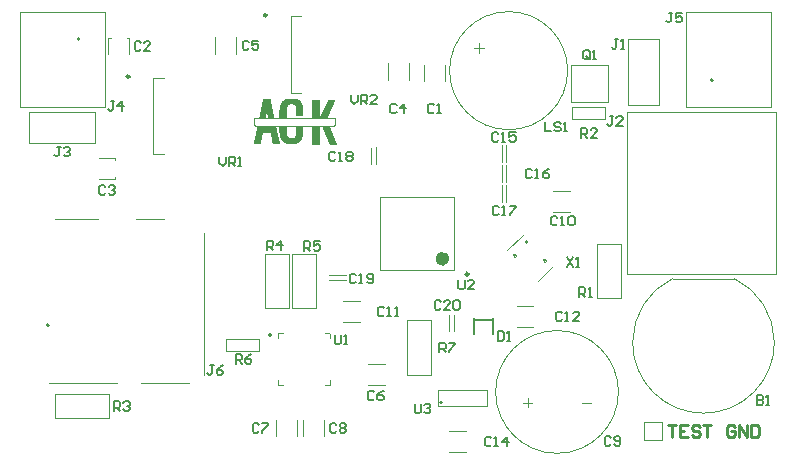
<source format=gto>
G04*
G04 #@! TF.GenerationSoftware,Altium Limited,Altium Designer,23.7.1 (13)*
G04*
G04 Layer_Color=65535*
%FSLAX25Y25*%
%MOIN*%
G70*
G04*
G04 #@! TF.SameCoordinates,F4DCA568-12CF-4C60-A2D5-0128ED73B792*
G04*
G04*
G04 #@! TF.FilePolarity,Positive*
G04*
G01*
G75*
%ADD10C,0.00984*%
%ADD11C,0.00394*%
%ADD12C,0.00787*%
%ADD13C,0.02362*%
%ADD14C,0.00591*%
%ADD15C,0.00058*%
%ADD16R,0.06299X0.00787*%
D10*
X40976Y127929D02*
G03*
X40976Y127929I-492J0D01*
G01*
X86728Y148429D02*
G03*
X86728Y148429I-492J0D01*
G01*
X153937Y62106D02*
G03*
X153937Y62106I-492J0D01*
G01*
X220472Y11810D02*
X223096D01*
X221784D01*
Y7874D01*
X227032Y11810D02*
X224408D01*
Y7874D01*
X227032D01*
X224408Y9842D02*
X225720D01*
X230968Y11154D02*
X230312Y11810D01*
X229000D01*
X228344Y11154D01*
Y10498D01*
X229000Y9842D01*
X230312D01*
X230968Y9186D01*
Y8530D01*
X230312Y7874D01*
X229000D01*
X228344Y8530D01*
X232280Y11810D02*
X234904D01*
X233592D01*
Y7874D01*
X242775Y11154D02*
X242119Y11810D01*
X240807D01*
X240151Y11154D01*
Y8530D01*
X240807Y7874D01*
X242119D01*
X242775Y8530D01*
Y9842D01*
X241463D01*
X244087Y7874D02*
Y11810D01*
X246711Y7874D01*
Y11810D01*
X248023D02*
Y7874D01*
X249991D01*
X250646Y8530D01*
Y11154D01*
X249991Y11810D01*
X248023D01*
D11*
X203937Y22835D02*
G03*
X203937Y22835I-20472J0D01*
G01*
X221930Y60602D02*
G03*
X208661Y39368I10356J-21234D01*
G01*
X255906Y39362D02*
G03*
X242632Y60604I-23635J0D01*
G01*
X208661Y39370D02*
G03*
X255906Y39370I23622J0D01*
G01*
X187008Y129921D02*
G03*
X187008Y129921I-19685J0D01*
G01*
X212598Y6890D02*
Y12795D01*
Y6890D02*
X218504D01*
Y12795D01*
X212598D02*
X218504D01*
X48949Y127614D02*
X52295D01*
X48949Y102024D02*
Y127614D01*
Y102024D02*
X52295D01*
X199213Y113779D02*
X199606D01*
Y117717D01*
X188583D02*
X199606D01*
X188583Y113779D02*
Y117717D01*
Y113779D02*
X199213D01*
X206693Y62244D02*
X256299D01*
Y116181D01*
X206693D02*
X256299D01*
X206693Y62244D02*
Y116181D01*
X207087Y140532D02*
X217323D01*
X207087Y118484D02*
Y140532D01*
Y118484D02*
X217323D01*
Y140532D01*
X123031Y98819D02*
Y104331D01*
X121394Y98787D02*
Y104299D01*
X105905Y8071D02*
Y13583D01*
X98819Y8071D02*
Y13583D01*
X89764Y8071D02*
Y13583D01*
X96850Y8071D02*
Y13583D01*
X172047Y19291D02*
X175197D01*
X173622Y17717D02*
Y20866D01*
X191757Y19159D02*
X194907D01*
X221988Y60630D02*
X242579D01*
X188276Y119520D02*
Y131724D01*
Y119520D02*
X200480D01*
Y131724D01*
X188276D02*
X200480D01*
X226341Y117681D02*
Y149571D01*
Y117681D02*
X254687D01*
X226341Y149571D02*
X254687D01*
Y117681D02*
Y149571D01*
X29528Y105905D02*
Y116142D01*
X7480D02*
X29528D01*
X7480Y105905D02*
Y116142D01*
Y105905D02*
X29528D01*
X36220Y100000D02*
Y100787D01*
Y93701D02*
Y94488D01*
X30709Y93701D02*
X36220D01*
X30709Y100787D02*
X36220D01*
X33858Y140945D02*
X34646D01*
X40157D02*
X40945D01*
Y135433D02*
Y140945D01*
X33858Y135433D02*
Y140945D01*
X32642Y117681D02*
Y149571D01*
X4295D02*
X32642D01*
X4295Y117681D02*
X32642D01*
X4295D02*
Y149571D01*
X76618Y135563D02*
Y141075D01*
X69532Y135563D02*
Y141075D01*
X94701Y148114D02*
X98047D01*
X94701Y122524D02*
Y148114D01*
Y122524D02*
X98047D01*
X138976Y126378D02*
Y131890D01*
X146063Y126378D02*
Y131890D01*
X134118Y126854D02*
Y132366D01*
X127032Y126854D02*
Y132366D01*
X157480Y135827D02*
Y138976D01*
X155905Y137402D02*
X159055D01*
X196850Y54134D02*
X204724D01*
Y72244D01*
X196850D02*
X204724D01*
X196850Y54134D02*
Y72244D01*
X182283Y82677D02*
X187795D01*
X182283Y89764D02*
X187795D01*
X164961Y92913D02*
Y98425D01*
X166598Y92945D02*
Y98457D01*
X164961Y99606D02*
Y105118D01*
X166598Y99638D02*
Y105149D01*
X164961Y86221D02*
Y91732D01*
X166598Y86252D02*
Y91764D01*
X124606Y87894D02*
X149016D01*
X124606Y63484D02*
X149016D01*
X124606D02*
Y87894D01*
X149016Y63484D02*
Y87894D01*
X177193Y59922D02*
X182203Y64932D01*
X166946Y70207D02*
X171957Y75218D01*
X170079Y51575D02*
X175591D01*
X170079Y44488D02*
X175591D01*
X149016Y43110D02*
Y48622D01*
X147378Y43079D02*
Y48591D01*
X86221Y50787D02*
Y68898D01*
X94095D01*
Y50787D02*
Y68898D01*
X86221Y50787D02*
X94095D01*
X95276D02*
Y68898D01*
X103150D01*
Y50787D02*
Y68898D01*
X95276Y50787D02*
X103150D01*
X107480Y61811D02*
X112992D01*
X107512Y60173D02*
X113023D01*
X112205Y53150D02*
X117717D01*
X112205Y46063D02*
X117717D01*
X16142Y14173D02*
X34252D01*
X16142D02*
Y22047D01*
X34252D01*
Y14173D02*
Y22047D01*
X65748Y28583D02*
Y75866D01*
X44685Y25689D02*
X60669D01*
X14173D02*
X36732D01*
X42953Y80610D02*
X52362D01*
X16220D02*
X30433D01*
X73228Y40551D02*
X73622D01*
X73228Y36614D02*
Y40551D01*
Y36614D02*
X84252D01*
Y40551D01*
X73622D02*
X84252D01*
X90354Y40650D02*
Y42126D01*
X90551Y42323D02*
X92028D01*
X106004D02*
X107480D01*
X107677Y40650D02*
Y42126D01*
Y25197D02*
Y26673D01*
X106004Y25000D02*
X107480D01*
X90354Y25197D02*
Y26673D01*
X90551Y25000D02*
X92028D01*
X90354Y42126D02*
X90551Y42323D01*
X107480D02*
X107677Y42126D01*
X107480Y25000D02*
X107677Y25197D01*
X90354D02*
X90551Y25000D01*
X120473Y25197D02*
X125984D01*
X120473Y32283D02*
X125984D01*
X143701Y18110D02*
Y23622D01*
X160236D01*
Y18110D02*
Y23622D01*
X143701Y18110D02*
X160236D01*
X147441Y9843D02*
X152953D01*
X147441Y2756D02*
X152953D01*
X133465Y46654D02*
X141339D01*
X133465Y28543D02*
Y46654D01*
Y28543D02*
X141339D01*
Y46654D01*
X169259Y67856D02*
X169537D01*
X169816Y68134D01*
Y68413D01*
X169259Y68969D01*
X168981D01*
X168703Y68691D01*
Y68413D01*
X168981Y68134D01*
X169259Y68413D01*
X179281Y66186D02*
X179560D01*
X179838Y66464D01*
Y66742D01*
X179281Y67299D01*
X179003D01*
X178725Y67021D01*
Y66742D01*
X179003Y66464D01*
X179281Y66742D01*
D12*
X235396Y126736D02*
G03*
X235396Y126736I-394J0D01*
G01*
X24374Y140516D02*
G03*
X24374Y140516I-394J0D01*
G01*
X173690Y72728D02*
G03*
X173690Y72728I-394J0D01*
G01*
X14136Y45039D02*
G03*
X14136Y45039I-396J0D01*
G01*
X88287Y41732D02*
G03*
X88287Y41732I-492J0D01*
G01*
X162205Y42126D02*
Y47638D01*
X155905Y42126D02*
Y47638D01*
X109318Y41929D02*
Y39305D01*
X109843Y38780D01*
X110893D01*
X111417Y39305D01*
Y41929D01*
X112467Y38780D02*
X113516D01*
X112992D01*
Y41929D01*
X112467Y41404D01*
X203740Y140354D02*
X202691D01*
X203215D01*
Y137730D01*
X202691Y137205D01*
X202166D01*
X201641Y137730D01*
X204790Y137205D02*
X205839D01*
X205314D01*
Y140354D01*
X204790Y139829D01*
X17979Y104527D02*
X16930D01*
X17454D01*
Y101903D01*
X16930Y101379D01*
X16405D01*
X15880Y101903D01*
X19029Y104002D02*
X19554Y104527D01*
X20603D01*
X21128Y104002D01*
Y103478D01*
X20603Y102953D01*
X20078D01*
X20603D01*
X21128Y102428D01*
Y101903D01*
X20603Y101379D01*
X19554D01*
X19029Y101903D01*
X186680Y67716D02*
X188779Y64567D01*
Y67716D02*
X186680Y64567D01*
X189829D02*
X190879D01*
X190354D01*
Y67716D01*
X189829Y67191D01*
X114896Y121850D02*
Y119751D01*
X115946Y118701D01*
X116995Y119751D01*
Y121850D01*
X118045Y118701D02*
Y121850D01*
X119619D01*
X120144Y121325D01*
Y120276D01*
X119619Y119751D01*
X118045D01*
X119095D02*
X120144Y118701D01*
X123293D02*
X121194D01*
X123293Y120800D01*
Y121325D01*
X122768Y121850D01*
X121718D01*
X121194Y121325D01*
X70933Y101181D02*
Y99081D01*
X71983Y98032D01*
X73032Y99081D01*
Y101181D01*
X74081Y98032D02*
Y101181D01*
X75656D01*
X76181Y100656D01*
Y99606D01*
X75656Y99081D01*
X74081D01*
X75131D02*
X76181Y98032D01*
X77230D02*
X78280D01*
X77755D01*
Y101181D01*
X77230Y100656D01*
X135959Y18897D02*
Y16273D01*
X136484Y15748D01*
X137533D01*
X138058Y16273D01*
Y18897D01*
X139107Y18372D02*
X139632Y18897D01*
X140682D01*
X141207Y18372D01*
Y17848D01*
X140682Y17323D01*
X140157D01*
X140682D01*
X141207Y16798D01*
Y16273D01*
X140682Y15748D01*
X139632D01*
X139107Y16273D01*
X150526Y60236D02*
Y57612D01*
X151050Y57087D01*
X152100D01*
X152625Y57612D01*
Y60236D01*
X155773Y57087D02*
X153674D01*
X155773Y59186D01*
Y59711D01*
X155249Y60236D01*
X154199D01*
X153674Y59711D01*
X144275Y36061D02*
Y39210D01*
X145849D01*
X146374Y38685D01*
Y37636D01*
X145849Y37111D01*
X144275D01*
X145324D02*
X146374Y36061D01*
X147423Y39210D02*
X149522D01*
Y38685D01*
X147423Y36586D01*
Y36061D01*
X76313Y32284D02*
Y35433D01*
X77887D01*
X78412Y34908D01*
Y33858D01*
X77887Y33334D01*
X76313D01*
X77363D02*
X78412Y32284D01*
X81561Y35433D02*
X80511Y34908D01*
X79462Y33858D01*
Y32809D01*
X79987Y32284D01*
X81036D01*
X81561Y32809D01*
Y33334D01*
X81036Y33858D01*
X79462D01*
X99148Y69882D02*
Y73031D01*
X100722D01*
X101247Y72506D01*
Y71457D01*
X100722Y70932D01*
X99148D01*
X100197D02*
X101247Y69882D01*
X104395Y73031D02*
X102296D01*
Y71457D01*
X103346Y71982D01*
X103871D01*
X104395Y71457D01*
Y70407D01*
X103871Y69882D01*
X102821D01*
X102296Y70407D01*
X86746Y70079D02*
Y73228D01*
X88321D01*
X88845Y72703D01*
Y71653D01*
X88321Y71129D01*
X86746D01*
X87796D02*
X88845Y70079D01*
X91469D02*
Y73228D01*
X89895Y71653D01*
X91994D01*
X35762Y16536D02*
Y19684D01*
X37336D01*
X37861Y19160D01*
Y18110D01*
X37336Y17585D01*
X35762D01*
X36812D02*
X37861Y16536D01*
X38911Y19160D02*
X39435Y19684D01*
X40485D01*
X41010Y19160D01*
Y18635D01*
X40485Y18110D01*
X39960D01*
X40485D01*
X41010Y17585D01*
Y17061D01*
X40485Y16536D01*
X39435D01*
X38911Y17061D01*
X191500Y107600D02*
Y110749D01*
X193074D01*
X193599Y110224D01*
Y109174D01*
X193074Y108650D01*
X191500D01*
X192550D02*
X193599Y107600D01*
X196748D02*
X194649D01*
X196748Y109699D01*
Y110224D01*
X196223Y110749D01*
X195173D01*
X194649Y110224D01*
X190814Y54528D02*
Y57677D01*
X192389D01*
X192913Y57152D01*
Y56102D01*
X192389Y55578D01*
X190814D01*
X191864D02*
X192913Y54528D01*
X193963D02*
X195012D01*
X194488D01*
Y57677D01*
X193963Y57152D01*
X194291Y134187D02*
Y136286D01*
X193767Y136811D01*
X192717D01*
X192192Y136286D01*
Y134187D01*
X192717Y133662D01*
X193767D01*
X193242Y134711D02*
X194291Y133662D01*
X193767D02*
X194291Y134187D01*
X195341Y133662D02*
X196390D01*
X195866D01*
Y136811D01*
X195341Y136286D01*
X179397Y112795D02*
Y109646D01*
X181497D01*
X184645Y112270D02*
X184120Y112795D01*
X183071D01*
X182546Y112270D01*
Y111745D01*
X183071Y111221D01*
X184120D01*
X184645Y110696D01*
Y110171D01*
X184120Y109646D01*
X183071D01*
X182546Y110171D01*
X185695Y109646D02*
X186744D01*
X186220D01*
Y112795D01*
X185695Y112270D01*
X68963Y31692D02*
X67914D01*
X68439D01*
Y29069D01*
X67914Y28544D01*
X67389D01*
X66864Y29069D01*
X72112Y31692D02*
X71062Y31168D01*
X70013Y30118D01*
Y29069D01*
X70538Y28544D01*
X71587D01*
X72112Y29069D01*
Y29593D01*
X71587Y30118D01*
X70013D01*
X221916Y149212D02*
X220867D01*
X221391D01*
Y146588D01*
X220867Y146063D01*
X220342D01*
X219817Y146588D01*
X225065Y149212D02*
X222966D01*
Y147638D01*
X224015Y148163D01*
X224540D01*
X225065Y147638D01*
Y146588D01*
X224540Y146063D01*
X223491D01*
X222966Y146588D01*
X35893Y119685D02*
X34843D01*
X35368D01*
Y117061D01*
X34843Y116536D01*
X34318D01*
X33794Y117061D01*
X38516Y116536D02*
Y119685D01*
X36942Y118110D01*
X39041D01*
X202231Y114763D02*
X201182D01*
X201706D01*
Y112139D01*
X201182Y111615D01*
X200657D01*
X200132Y112139D01*
X205380Y111615D02*
X203281D01*
X205380Y113714D01*
Y114239D01*
X204855Y114763D01*
X203805D01*
X203281Y114239D01*
X163649Y43110D02*
Y39961D01*
X165223D01*
X165748Y40486D01*
Y42585D01*
X165223Y43110D01*
X163649D01*
X166798Y39961D02*
X167847D01*
X167322D01*
Y43110D01*
X166798Y42585D01*
X144724Y52849D02*
X144199Y53373D01*
X143149D01*
X142625Y52849D01*
Y50750D01*
X143149Y50225D01*
X144199D01*
X144724Y50750D01*
X147872Y50225D02*
X145773D01*
X147872Y52324D01*
Y52849D01*
X147348Y53373D01*
X146298D01*
X145773Y52849D01*
X148922D02*
X149447Y53373D01*
X150496D01*
X151021Y52849D01*
Y50750D01*
X150496Y50225D01*
X149447D01*
X148922Y50750D01*
Y52849D01*
X116470Y61679D02*
X115946Y62204D01*
X114896D01*
X114371Y61679D01*
Y59580D01*
X114896Y59056D01*
X115946D01*
X116470Y59580D01*
X117520Y59056D02*
X118570D01*
X118045D01*
Y62204D01*
X117520Y61679D01*
X120144Y59580D02*
X120668Y59056D01*
X121718D01*
X122243Y59580D01*
Y61679D01*
X121718Y62204D01*
X120668D01*
X120144Y61679D01*
Y61155D01*
X120668Y60630D01*
X122243D01*
X109581Y102427D02*
X109056Y102952D01*
X108006D01*
X107482Y102427D01*
Y100328D01*
X108006Y99804D01*
X109056D01*
X109581Y100328D01*
X110630Y99804D02*
X111680D01*
X111155D01*
Y102952D01*
X110630Y102427D01*
X113254D02*
X113779Y102952D01*
X114828D01*
X115353Y102427D01*
Y101903D01*
X114828Y101378D01*
X115353Y100853D01*
Y100328D01*
X114828Y99804D01*
X113779D01*
X113254Y100328D01*
Y100853D01*
X113779Y101378D01*
X113254Y101903D01*
Y102427D01*
X113779Y101378D02*
X114828D01*
X164108Y84317D02*
X163583Y84842D01*
X162534D01*
X162009Y84317D01*
Y82218D01*
X162534Y81693D01*
X163583D01*
X164108Y82218D01*
X165158Y81693D02*
X166207D01*
X165682D01*
Y84842D01*
X165158Y84317D01*
X167782Y84842D02*
X169881D01*
Y84317D01*
X167782Y82218D01*
Y81693D01*
X175132Y96719D02*
X174607Y97244D01*
X173557D01*
X173033Y96719D01*
Y94620D01*
X173557Y94095D01*
X174607D01*
X175132Y94620D01*
X176181Y94095D02*
X177231D01*
X176706D01*
Y97244D01*
X176181Y96719D01*
X180904Y97244D02*
X179855Y96719D01*
X178805Y95669D01*
Y94620D01*
X179330Y94095D01*
X180379D01*
X180904Y94620D01*
Y95144D01*
X180379Y95669D01*
X178805D01*
X163911Y108924D02*
X163387Y109448D01*
X162337D01*
X161812Y108924D01*
Y106825D01*
X162337Y106300D01*
X163387D01*
X163911Y106825D01*
X164961Y106300D02*
X166010D01*
X165486D01*
Y109448D01*
X164961Y108924D01*
X169684Y109448D02*
X167585D01*
Y107874D01*
X168634Y108399D01*
X169159D01*
X169684Y107874D01*
Y106825D01*
X169159Y106300D01*
X168110D01*
X167585Y106825D01*
X161549Y7349D02*
X161024Y7874D01*
X159975D01*
X159450Y7349D01*
Y5250D01*
X159975Y4725D01*
X161024D01*
X161549Y5250D01*
X162599Y4725D02*
X163648D01*
X163123D01*
Y7874D01*
X162599Y7349D01*
X166797Y4725D02*
Y7874D01*
X165223Y6299D01*
X167322D01*
X185171Y49081D02*
X184646Y49606D01*
X183597D01*
X183072Y49081D01*
Y46982D01*
X183597Y46457D01*
X184646D01*
X185171Y46982D01*
X186221Y46457D02*
X187270D01*
X186746D01*
Y49606D01*
X186221Y49081D01*
X190944Y46457D02*
X188845D01*
X190944Y48556D01*
Y49081D01*
X190419Y49606D01*
X189369D01*
X188845Y49081D01*
X125853Y50656D02*
X125329Y51181D01*
X124279D01*
X123754Y50656D01*
Y48557D01*
X124279Y48032D01*
X125329D01*
X125853Y48557D01*
X126903Y48032D02*
X127953D01*
X127428D01*
Y51181D01*
X126903Y50656D01*
X129527Y48032D02*
X130576D01*
X130052D01*
Y51181D01*
X129527Y50656D01*
X183596Y80971D02*
X183072Y81496D01*
X182022D01*
X181497Y80971D01*
Y78872D01*
X182022Y78347D01*
X183072D01*
X183596Y78872D01*
X184646Y78347D02*
X185696D01*
X185171D01*
Y81496D01*
X184646Y80971D01*
X187270D02*
X187794Y81496D01*
X188844D01*
X189369Y80971D01*
Y78872D01*
X188844Y78347D01*
X187794D01*
X187270Y78872D01*
Y80971D01*
X201444Y7546D02*
X200919Y8070D01*
X199870D01*
X199345Y7546D01*
Y5446D01*
X199870Y4922D01*
X200919D01*
X201444Y5446D01*
X202493D02*
X203018Y4922D01*
X204068D01*
X204592Y5446D01*
Y7546D01*
X204068Y8070D01*
X203018D01*
X202493Y7546D01*
Y7021D01*
X203018Y6496D01*
X204592D01*
X109908Y11876D02*
X109383Y12401D01*
X108334D01*
X107809Y11876D01*
Y9777D01*
X108334Y9252D01*
X109383D01*
X109908Y9777D01*
X110958Y11876D02*
X111483Y12401D01*
X112532D01*
X113057Y11876D01*
Y11351D01*
X112532Y10827D01*
X113057Y10302D01*
Y9777D01*
X112532Y9252D01*
X111483D01*
X110958Y9777D01*
Y10302D01*
X111483Y10827D01*
X110958Y11351D01*
Y11876D01*
X111483Y10827D02*
X112532D01*
X84121Y11876D02*
X83596Y12401D01*
X82547D01*
X82022Y11876D01*
Y9777D01*
X82547Y9252D01*
X83596D01*
X84121Y9777D01*
X85170Y12401D02*
X87270D01*
Y11876D01*
X85170Y9777D01*
Y9252D01*
X122507Y22703D02*
X121982Y23228D01*
X120932D01*
X120408Y22703D01*
Y20604D01*
X120932Y20079D01*
X121982D01*
X122507Y20604D01*
X125655Y23228D02*
X124606Y22703D01*
X123556Y21654D01*
Y20604D01*
X124081Y20079D01*
X125131D01*
X125655Y20604D01*
Y21129D01*
X125131Y21654D01*
X123556D01*
X80774Y139435D02*
X80250Y139960D01*
X79200D01*
X78675Y139435D01*
Y137336D01*
X79200Y136811D01*
X80250D01*
X80774Y137336D01*
X83923Y139960D02*
X81824D01*
Y138386D01*
X82873Y138911D01*
X83398D01*
X83923Y138386D01*
Y137336D01*
X83398Y136811D01*
X82349D01*
X81824Y137336D01*
X129987Y118372D02*
X129462Y118897D01*
X128413D01*
X127888Y118372D01*
Y116273D01*
X128413Y115749D01*
X129462D01*
X129987Y116273D01*
X132611Y115749D02*
Y118897D01*
X131037Y117323D01*
X133136D01*
X32940Y91207D02*
X32415Y91732D01*
X31365D01*
X30841Y91207D01*
Y89108D01*
X31365Y88583D01*
X32415D01*
X32940Y89108D01*
X33989Y91207D02*
X34514Y91732D01*
X35564D01*
X36088Y91207D01*
Y90682D01*
X35564Y90158D01*
X35039D01*
X35564D01*
X36088Y89633D01*
Y89108D01*
X35564Y88583D01*
X34514D01*
X33989Y89108D01*
X44751Y139239D02*
X44226Y139763D01*
X43176D01*
X42652Y139239D01*
Y137139D01*
X43176Y136615D01*
X44226D01*
X44751Y137139D01*
X47899Y136615D02*
X45800D01*
X47899Y138714D01*
Y139239D01*
X47375Y139763D01*
X46325D01*
X45800Y139239D01*
X142520Y118372D02*
X141995Y118897D01*
X140945D01*
X140421Y118372D01*
Y116273D01*
X140945Y115749D01*
X141995D01*
X142520Y116273D01*
X143569Y115749D02*
X144619D01*
X144094D01*
Y118897D01*
X143569Y118372D01*
X250066Y21653D02*
Y18504D01*
X251641D01*
X252165Y19029D01*
Y19554D01*
X251641Y20079D01*
X250066D01*
X251641D01*
X252165Y20604D01*
Y21128D01*
X251641Y21653D01*
X250066D01*
X253215Y18504D02*
X254264D01*
X253740D01*
Y21653D01*
X253215Y21128D01*
D13*
X146457Y67224D02*
G03*
X146457Y67224I-1181J0D01*
G01*
D14*
X145217Y19291D02*
G03*
X145217Y19291I-335J0D01*
G01*
D15*
X101842Y118893D02*
X103970D01*
X101842Y118433D02*
X103970D01*
X101842Y118605D02*
X103970D01*
X101842Y118720D02*
X103970D01*
X101842Y118203D02*
X103970D01*
X101842Y118490D02*
X103970D01*
X101842Y118260D02*
X103970D01*
X101842Y118835D02*
X103970D01*
X101842Y118088D02*
X103970D01*
X101842Y118663D02*
X103970D01*
X101842Y117915D02*
X103970D01*
X101842Y118145D02*
X103970D01*
X101842Y117858D02*
X103970D01*
X101842Y118778D02*
X103970D01*
X101842Y118548D02*
X103970D01*
X95976Y118720D02*
X98219D01*
X96321Y118375D02*
X98334D01*
X96206Y118490D02*
X98277D01*
X96321Y118318D02*
X98334D01*
X95861Y118835D02*
X98161D01*
X96264Y118433D02*
X98277D01*
X96034Y118663D02*
X98219D01*
X96149Y118548D02*
X98277D01*
X96091Y118605D02*
X98219D01*
X96379Y118203D02*
X98391D01*
X95919Y118778D02*
X98161D01*
X96379Y118260D02*
X98334D01*
X91145Y117973D02*
X93216D01*
X91088Y117858D02*
X93158D01*
X91145Y118088D02*
X93273D01*
X96436Y118030D02*
X98391D01*
X91088Y117800D02*
X93158D01*
X91088Y117915D02*
X93158D01*
X96436Y118088D02*
X98391D01*
X91145Y118030D02*
X93216D01*
X96379Y118145D02*
X98391D01*
X96494Y117915D02*
X98449D01*
X96436Y117973D02*
X98449D01*
X91203Y118145D02*
X93273D01*
X96494Y117800D02*
X98449D01*
X96494Y117858D02*
X98449D01*
X91088Y117685D02*
X93101D01*
X96494Y117628D02*
X98506D01*
X91030Y117513D02*
X93101D01*
X96494Y117685D02*
X98449D01*
X96494Y117743D02*
X98449D01*
X96551Y117513D02*
X98506D01*
X91030Y117570D02*
X93101D01*
X96551D02*
X98506D01*
X91030Y117628D02*
X93101D01*
X91088Y117743D02*
X93158D01*
X95688Y118893D02*
X98104D01*
X91318Y118548D02*
X93561D01*
X91433Y118893D02*
X94078D01*
X91260Y118375D02*
X93388D01*
X91203Y118260D02*
X93331D01*
X91375Y118778D02*
X93848D01*
X91318Y118605D02*
X93618D01*
X91203Y118318D02*
X93388D01*
X91260Y118433D02*
X93446D01*
X91260Y118490D02*
X93503D01*
X91375Y118720D02*
X93733D01*
X91433Y118835D02*
X93906D01*
X91203Y118203D02*
X93331D01*
X91375Y118663D02*
X93676D01*
X101842Y117513D02*
X103970D01*
X101842Y117743D02*
X103970D01*
X101842Y117628D02*
X103970D01*
X101842Y118375D02*
X103970D01*
X101842Y118318D02*
X103970D01*
X101842Y117973D02*
X103970D01*
X101842Y118030D02*
X103970D01*
X101842Y117685D02*
X103970D01*
X101842Y117800D02*
X103970D01*
X101842Y117570D02*
X103970D01*
X108973Y114177D02*
X109146D01*
X109376Y113890D02*
X109491D01*
Y113660D02*
X109548D01*
X109376Y113947D02*
X109433D01*
X109261Y114062D02*
X109318D01*
Y114005D02*
X109376D01*
X109491Y113544D02*
X109548D01*
X109433Y113832D02*
X109491D01*
X109433Y113775D02*
X109548D01*
X109491Y113602D02*
X109548D01*
X109491Y113717D02*
X109548D01*
X109146Y114120D02*
X109261D01*
X104430Y114465D02*
X106615D01*
X101842Y114292D02*
X103970D01*
X104373D02*
X106558D01*
X101842Y114407D02*
X103970D01*
X101842Y114350D02*
X103970D01*
X101842Y114465D02*
X103970D01*
X104373Y114350D02*
X106558D01*
X104430Y114407D02*
X106615D01*
X104832Y115270D02*
X107018D01*
X104948Y115500D02*
X107075D01*
X105005Y115672D02*
X107190D01*
X104890Y115385D02*
X107018D01*
X105005Y115615D02*
X107133D01*
X104832Y115327D02*
X107018D01*
X104948Y115557D02*
X107133D01*
X104775Y115212D02*
X106960D01*
X104890Y115442D02*
X107075D01*
X105868Y117398D02*
X107938D01*
X105753Y117225D02*
X107880D01*
X105695Y116995D02*
X107765D01*
X105753Y117168D02*
X107823D01*
X105810Y117283D02*
X107880D01*
X105695Y117110D02*
X107823D01*
X105810Y117340D02*
X107938D01*
X105695Y117053D02*
X107765D01*
X105465Y116593D02*
X107593D01*
X105580Y116823D02*
X107708D01*
X105638Y116880D02*
X107708D01*
X105408Y116478D02*
X107536D01*
X105350Y116363D02*
X107478D01*
X105408Y116420D02*
X107536D01*
X105580Y116765D02*
X107650D01*
X105523Y116708D02*
X107650D01*
X105523Y116650D02*
X107593D01*
X105465Y116535D02*
X107536D01*
X105638Y116938D02*
X107765D01*
X105350Y116305D02*
X107478D01*
X104660Y114982D02*
X106845D01*
X101842Y115212D02*
X103970D01*
X101842Y115097D02*
X103970D01*
X101842Y115040D02*
X103970D01*
X104660Y114925D02*
X106845D01*
X101842D02*
X103970D01*
X104718Y115097D02*
X106903D01*
X104718Y115040D02*
X106903D01*
X101842Y115155D02*
X103970D01*
X101842Y114982D02*
X103970D01*
X104775Y115155D02*
X106960D01*
X106040Y117800D02*
X108111D01*
X105925Y117513D02*
X107995D01*
X106098Y117858D02*
X108168D01*
X106213Y118145D02*
X108283D01*
X106328Y118318D02*
X108341D01*
X106155Y117973D02*
X108226D01*
X105868Y117455D02*
X107995D01*
X105925Y117570D02*
X107995D01*
X106270Y118203D02*
X108283D01*
X106155Y118030D02*
X108226D01*
X106098Y117915D02*
X108168D01*
X106213Y118088D02*
X108283D01*
X105983Y117685D02*
X108053D01*
X106040Y117743D02*
X108111D01*
X106270Y118260D02*
X108341D01*
X105983Y117628D02*
X108053D01*
X104660Y114867D02*
X106788D01*
X101842Y114522D02*
X103970D01*
X101842Y114752D02*
X103970D01*
X101842Y114867D02*
X103970D01*
X101842Y114637D02*
X103970D01*
X104488Y114522D02*
X106673D01*
X104545Y114637D02*
X106730D01*
X104603Y114752D02*
X106788D01*
X104545Y114695D02*
X106730D01*
X104603Y114810D02*
X106788D01*
X101842Y114580D02*
X103970D01*
X101842Y114695D02*
X103970D01*
X104488Y114580D02*
X106673D01*
X101842Y114810D02*
X103970D01*
X101842Y117398D02*
X103970D01*
X101842Y117455D02*
X103970D01*
X101842Y118950D02*
X103970D01*
X101842Y119065D02*
X103970D01*
X101842Y119008D02*
X103970D01*
X105120Y115902D02*
X107248D01*
X105293Y116190D02*
X107420D01*
X105235Y116075D02*
X107363D01*
X105178Y116017D02*
X107305D01*
X105063Y115787D02*
X107248D01*
X105063Y115730D02*
X107190D01*
X105178Y115960D02*
X107305D01*
X105120Y115845D02*
X107248D01*
X105293Y116247D02*
X107420D01*
X105235Y116132D02*
X107363D01*
X106443Y118548D02*
X108456D01*
X106443Y118605D02*
X108513D01*
X106673Y119065D02*
X108686D01*
X106328Y118375D02*
X108398D01*
X106385Y118433D02*
X108398D01*
X106385Y118490D02*
X108456D01*
X106615Y118950D02*
X108628D01*
X106500Y118663D02*
X108513D01*
X106558Y118835D02*
X108571D01*
X106615Y118893D02*
X108628D01*
X106558Y118778D02*
X108571D01*
X106500Y118720D02*
X108513D01*
X106673Y119008D02*
X108686D01*
X101842Y116880D02*
X103970D01*
X101842Y117110D02*
X103970D01*
X101842Y117283D02*
X103970D01*
X101842Y117340D02*
X103970D01*
X101842Y117053D02*
X103970D01*
X101842Y116995D02*
X103970D01*
X101842Y116938D02*
X103970D01*
X101842Y117168D02*
X103970D01*
X101842Y117225D02*
X103970D01*
X90915Y114522D02*
X92986D01*
X90915Y114695D02*
X92986D01*
X90915Y114465D02*
X92986D01*
X90915Y114752D02*
X92986D01*
X90915Y114637D02*
X92986D01*
X90915Y114580D02*
X92986D01*
X90915Y114407D02*
X92986D01*
X87062Y114925D02*
X88787D01*
X87005Y115040D02*
X88730D01*
X87062Y114867D02*
X88787D01*
X87005Y115097D02*
X88730D01*
X87062Y114982D02*
X88787D01*
X87062Y114752D02*
X88787D01*
X87062Y114810D02*
X88787D01*
X90915Y114982D02*
X92986D01*
X90915Y114867D02*
X92986D01*
X90915Y114925D02*
X92986D01*
X90915Y114810D02*
X92986D01*
X90915Y115097D02*
X92986D01*
X90915Y115040D02*
X92986D01*
X87120Y114465D02*
X88845D01*
X87062Y114695D02*
X88845D01*
X87120Y114637D02*
X88845D01*
X87120Y114580D02*
X88845D01*
X87120Y114522D02*
X88845D01*
X87120Y114407D02*
X88902D01*
X101842Y116247D02*
X103970D01*
X101842Y116190D02*
X103970D01*
X101842Y116305D02*
X103970D01*
X101842Y116075D02*
X103970D01*
X101842Y116363D02*
X103970D01*
X101842Y116017D02*
X103970D01*
X101842Y116420D02*
X103970D01*
X101842Y116132D02*
X103970D01*
X101842Y115902D02*
X103970D01*
X101842Y115960D02*
X103970D01*
X96609Y115385D02*
X98564D01*
X96609Y115500D02*
X98564D01*
X96609Y115442D02*
X98564D01*
X101842Y115327D02*
X103970D01*
X101842Y115442D02*
X103970D01*
X101842Y115385D02*
X103970D01*
X96609Y115327D02*
X98564D01*
X96609Y115270D02*
X98564D01*
X101842D02*
X103970D01*
X101842Y115500D02*
X103970D01*
X96609Y116017D02*
X98564D01*
X96609Y116247D02*
X98564D01*
X96609Y116075D02*
X98564D01*
X96609Y116305D02*
X98564D01*
X96609Y115960D02*
X98564D01*
X96609Y116420D02*
X98564D01*
X96609Y116190D02*
X98564D01*
X96609Y115902D02*
X98564D01*
X96609Y116132D02*
X98564D01*
X101842Y116593D02*
X103970D01*
X101842Y116823D02*
X103970D01*
X101842Y116708D02*
X103970D01*
X101842Y116650D02*
X103970D01*
X101842Y116478D02*
X103970D01*
X101842Y116535D02*
X103970D01*
X101842Y116765D02*
X103970D01*
X96609Y115615D02*
X98564D01*
X101842D02*
X103970D01*
X96609Y115672D02*
X98564D01*
X96609Y115787D02*
X98564D01*
X96609Y115557D02*
X98564D01*
X101842Y115730D02*
X103970D01*
X101842Y115845D02*
X103970D01*
X101842Y115557D02*
X103970D01*
X96609Y115845D02*
X98564D01*
X101842Y115787D02*
X103970D01*
X96609Y115730D02*
X98564D01*
X101842Y115672D02*
X103970D01*
X101842Y119928D02*
X103970D01*
X101842Y120043D02*
X103970D01*
X101842Y119813D02*
X103970D01*
X101842Y119698D02*
X103970D01*
X101842Y120158D02*
X103970D01*
X101842Y119986D02*
X103970D01*
X101842Y120216D02*
X103970D01*
X101842Y120273D02*
X103970D01*
X101842Y120101D02*
X103970D01*
X101842Y119871D02*
X103970D01*
X101842Y119755D02*
X103970D01*
X101842Y119641D02*
X103970D01*
X101842Y119468D02*
X103970D01*
X101842Y119583D02*
X103970D01*
X101842Y119526D02*
X103970D01*
X106730Y119123D02*
X108743D01*
X106730Y119180D02*
X108743D01*
X101842D02*
X103970D01*
X106788Y119296D02*
X108801D01*
X106845Y119468D02*
X108858D01*
X106788Y119353D02*
X108801D01*
X106845Y119411D02*
X108858D01*
X106903Y119526D02*
X108916D01*
X101842Y119123D02*
X103970D01*
X101842Y119353D02*
X103970D01*
X106903Y119583D02*
X108916D01*
X101842Y119411D02*
X103970D01*
X106730Y119238D02*
X108801D01*
X101842Y119296D02*
X103970D01*
X101842Y119238D02*
X103970D01*
X107133Y119986D02*
X109088D01*
X107018Y119755D02*
X109031D01*
X107190Y120101D02*
X109146D01*
X107190Y120158D02*
X109203D01*
X107248Y120273D02*
X109203D01*
X107133Y120043D02*
X109146D01*
X107075Y119871D02*
X109031D01*
X107248Y120216D02*
X109203D01*
X107018Y119813D02*
X109031D01*
X106960Y119698D02*
X108973D01*
X107075Y119928D02*
X109088D01*
X106960Y119641D02*
X108973D01*
X90915Y115902D02*
X92986D01*
X90915Y116132D02*
X92986D01*
X90915Y116017D02*
X92986D01*
X90915Y115960D02*
X92986D01*
X90915Y116305D02*
X92986D01*
X90915Y116190D02*
X92986D01*
X90915Y116075D02*
X92986D01*
X90915Y116247D02*
X92986D01*
X90915Y116363D02*
X92986D01*
X86832Y116132D02*
X88500D01*
X86775Y116247D02*
X88500D01*
X86832Y116190D02*
X88500D01*
X86775Y116305D02*
X88500D01*
X86832Y116075D02*
X88500D01*
X86775Y116363D02*
X88442D01*
X90973Y117340D02*
X93043D01*
X90973Y117053D02*
X93043D01*
X90915Y116593D02*
X92986D01*
X90973Y116938D02*
X93043D01*
X90915Y116765D02*
X93043D01*
X90915Y116708D02*
X93043D01*
X90973Y117225D02*
X93043D01*
X90973Y117283D02*
X93043D01*
X90915Y116880D02*
X93043D01*
X90915Y116823D02*
X93043D01*
X91030Y117398D02*
X93101D01*
X90973Y117110D02*
X93043D01*
X90915Y116650D02*
X93043D01*
X90973Y117168D02*
X93043D01*
X90973Y116995D02*
X93043D01*
X87005Y115270D02*
X88672D01*
X87005Y115212D02*
X88730D01*
X86832Y115960D02*
X88557D01*
X86890Y115902D02*
X88557D01*
X86947Y115385D02*
X88672D01*
X86832Y116017D02*
X88557D01*
X86947Y115327D02*
X88672D01*
X86947Y115442D02*
X88672D01*
X86890Y115845D02*
X88557D01*
X96551Y116535D02*
X98564D01*
X96551Y116478D02*
X98564D01*
X90915Y116535D02*
X92986D01*
X96551Y116593D02*
X98564D01*
X86717D02*
X88442D01*
X90915Y116420D02*
X92986D01*
X86775D02*
X88442D01*
X90915Y116478D02*
X92986D01*
X86775Y116535D02*
X88442D01*
X86775Y116478D02*
X88442D01*
X90915Y115557D02*
X92986D01*
X90915Y115615D02*
X92986D01*
X90915Y115845D02*
X92986D01*
X90915Y115672D02*
X92986D01*
X90915Y115327D02*
X92986D01*
X90915Y115270D02*
X92986D01*
X90915Y115442D02*
X92986D01*
X90915Y115385D02*
X92986D01*
X90915Y115787D02*
X92986D01*
X90915Y115730D02*
X92986D01*
X90915Y115500D02*
X92986D01*
X90915Y115212D02*
X92986D01*
X86890Y115615D02*
X88615D01*
X86890Y115730D02*
X88615D01*
X86890Y115787D02*
X88615D01*
X86947Y115500D02*
X88672D01*
X86890Y115672D02*
X88615D01*
X86947Y115557D02*
X88615D01*
X86660Y116995D02*
X88327D01*
X86660Y117053D02*
X88327D01*
X86660Y117110D02*
X88327D01*
X86660Y116880D02*
X88385D01*
X86602Y117340D02*
X88270D01*
X86717Y116708D02*
X88385D01*
X86717Y116650D02*
X88385D01*
X86717Y116823D02*
X88385D01*
X86602Y117283D02*
X88270D01*
X86717Y116765D02*
X88385D01*
X86602Y117398D02*
X88270D01*
X86602Y117168D02*
X88270D01*
X86602Y117225D02*
X88270D01*
X86660Y116938D02*
X88327D01*
X96551Y117168D02*
X98564D01*
X96551Y117398D02*
X98506D01*
X96551Y116823D02*
X98564D01*
X96551Y117053D02*
X98564D01*
X96551Y117225D02*
X98506D01*
X96551Y117283D02*
X98506D01*
X96551Y116995D02*
X98564D01*
X96551Y116765D02*
X98564D01*
X96551Y117340D02*
X98506D01*
X96551Y116708D02*
X98564D01*
X96551Y116880D02*
X98564D01*
X96551Y117110D02*
X98564D01*
X96551Y116650D02*
X98564D01*
X96551Y116938D02*
X98564D01*
X96551Y116363D02*
X98564D01*
X85279Y119296D02*
X87867D01*
X85279Y119411D02*
X87810D01*
X91778D02*
X97816D01*
X85279Y119238D02*
X87867D01*
X91663Y119296D02*
X97931D01*
X91720Y119353D02*
X97874D01*
X85279D02*
X87810D01*
X91663Y119238D02*
X97931D01*
X85107Y118605D02*
X87982D01*
X85107Y118490D02*
X88040D01*
X85107Y118375D02*
X88040D01*
X85107Y118433D02*
X88040D01*
X85164Y118663D02*
X87982D01*
X85107Y118548D02*
X87982D01*
X85279Y119180D02*
X87867D01*
X85222Y118893D02*
X87925D01*
X85164Y118720D02*
X87982D01*
X85222Y118950D02*
X87925D01*
X85222Y119065D02*
X87867D01*
X85222Y119008D02*
X87925D01*
X85222Y119123D02*
X87867D01*
X85164Y118835D02*
X87925D01*
X85164Y118778D02*
X87925D01*
X84704Y116650D02*
X86430D01*
X84819Y117225D02*
X86545D01*
X84762Y116938D02*
X86487D01*
X84819Y116995D02*
X86487D01*
X84762Y116880D02*
X86487D01*
X84704Y116708D02*
X86430D01*
X84819Y117053D02*
X86487D01*
X84704Y116478D02*
X86372D01*
X84762Y116765D02*
X86430D01*
X84647Y116420D02*
X86372D01*
X84819Y117168D02*
X86487D01*
X84704Y116535D02*
X86372D01*
X84704Y116593D02*
X86430D01*
X84762Y116823D02*
X86430D01*
X84819Y117110D02*
X86487D01*
X84877Y117340D02*
X86545D01*
X84934Y117743D02*
X88155D01*
X84877Y117455D02*
X86545D01*
X84877Y117398D02*
X86545D01*
X84877Y117283D02*
X86545D01*
X84934Y117570D02*
X88212D01*
X84934Y117513D02*
X88212D01*
X96551Y117455D02*
X98506D01*
X84934Y117628D02*
X88212D01*
X86602Y117455D02*
X88212D01*
X84992Y117858D02*
X88155D01*
X91030Y117455D02*
X93101D01*
X84992Y117800D02*
X88155D01*
X84934Y117685D02*
X88212D01*
X85049Y118318D02*
X88040D01*
X85049Y118260D02*
X88040D01*
X84992Y118030D02*
X88097D01*
X85049Y118203D02*
X88097D01*
X85049Y118145D02*
X88097D01*
X84992Y117915D02*
X88155D01*
X84992Y117973D02*
X88097D01*
X85049Y118088D02*
X88097D01*
X84589Y115902D02*
X86257D01*
X84647Y116363D02*
X86372D01*
X84589Y116017D02*
X86314D01*
X84532Y115730D02*
X86257D01*
X84647Y116190D02*
X86314D01*
X84532Y115787D02*
X86257D01*
X84647Y116247D02*
X86372D01*
X84474Y115615D02*
X86257D01*
X84589Y115960D02*
X86314D01*
X84589Y116075D02*
X86314D01*
X84532Y115672D02*
X86257D01*
X84589Y116132D02*
X86314D01*
X84647Y116305D02*
X86372D01*
X84532Y115845D02*
X86257D01*
X91548Y119008D02*
X94653D01*
X91548Y119123D02*
X97989D01*
X95228Y119008D02*
X98046D01*
X91490Y118950D02*
X94193D01*
X91548Y119065D02*
X98046D01*
X95516Y118950D02*
X98104D01*
X91605Y119180D02*
X97989D01*
X92583Y120158D02*
X97069D01*
X92295Y119986D02*
X97299D01*
X91950Y119698D02*
X97586D01*
X92238Y119928D02*
X97356D01*
X92468Y120101D02*
X97184D01*
X92813Y120273D02*
X96896D01*
X92123Y119813D02*
X97529D01*
X92928Y120331D02*
X96724D01*
X92066Y119755D02*
X97586D01*
X93043Y120388D02*
X96609D01*
X92181Y119871D02*
X97471D01*
X92641Y120216D02*
X96954D01*
X93216Y120446D02*
X96436D01*
X92410Y120043D02*
X97241D01*
X84244Y114292D02*
X85970D01*
X84244Y114522D02*
X86027D01*
X84244Y114465D02*
X86027D01*
X84244Y114407D02*
X86027D01*
X84244Y114350D02*
X85970D01*
X84302Y114695D02*
X86085D01*
X84302Y114810D02*
X86085D01*
X84302Y114752D02*
X86085D01*
X84302Y114637D02*
X86027D01*
X84302Y114580D02*
X86027D01*
X82864Y107851D02*
X84762D01*
X82864Y107909D02*
X84819D01*
X82864Y108024D02*
X84819D01*
X82864Y107966D02*
X84819D01*
X82921Y108139D02*
X84819D01*
X82921Y108196D02*
X84877D01*
X82921Y108254D02*
X84877D01*
X82921Y108081D02*
X84819D01*
X90915Y115155D02*
X92986D01*
X84359Y115040D02*
X86142D01*
X84417Y115270D02*
X86142D01*
X87005Y115155D02*
X88730D01*
X84359Y114925D02*
X86085D01*
X84359Y114867D02*
X86085D01*
X84474Y115442D02*
X86199D01*
X84417Y115212D02*
X86142D01*
X84474Y115385D02*
X86199D01*
X84359Y114982D02*
X86085D01*
X84417Y115155D02*
X86142D01*
X84417Y115097D02*
X86142D01*
X84474Y115557D02*
X86199D01*
X84417Y115327D02*
X86199D01*
X84474Y115500D02*
X86199D01*
X87177Y114292D02*
X88902D01*
X87177Y114350D02*
X88902D01*
X90915Y114292D02*
X92986D01*
X82404Y113544D02*
X82461D01*
X82404Y113429D02*
X82461D01*
X82404Y113602D02*
X82461D01*
X82404Y113487D02*
X82461D01*
X90915Y114350D02*
X92986D01*
X82404Y113314D02*
X82461D01*
X82404Y113199D02*
X82461D01*
X82404Y113142D02*
X82461D01*
X82404Y112969D02*
X82461D01*
X82404Y113084D02*
X82461D01*
X82404Y113372D02*
X82461D01*
X82404Y112739D02*
X82461D01*
X82404Y112682D02*
X82461D01*
X82404Y112624D02*
X82461D01*
X82404Y112854D02*
X82461D01*
X82404Y113257D02*
X82461D01*
X82404Y113027D02*
X82461D01*
X82404Y112509D02*
X82461D01*
X82404Y112912D02*
X82461D01*
X82404Y112567D02*
X82461D01*
X82404Y112797D02*
X82461D01*
X85509Y120446D02*
X87580D01*
X85394Y119755D02*
X87752D01*
X85509Y120388D02*
X87637D01*
X85509Y120273D02*
X87637D01*
X85509Y120331D02*
X87637D01*
X85452Y120158D02*
X87637D01*
X85452Y120043D02*
X87695D01*
X85452Y120216D02*
X87637D01*
X82404Y112049D02*
X82461D01*
X82404Y112394D02*
X82461D01*
X82404Y112107D02*
X82461D01*
X82404Y112279D02*
X82461D01*
X82404Y112452D02*
X82461D01*
X82519Y111762D02*
X82634D01*
X82519Y111819D02*
X82576D01*
X82404Y112222D02*
X82461D01*
X82404Y111992D02*
X82461D01*
X82404Y112164D02*
X82461D01*
Y111877D02*
X82519D01*
X82749Y111589D02*
X82921D01*
X82691Y111647D02*
X82806D01*
X82404Y112337D02*
X82461D01*
Y111934D02*
X82519D01*
X82576Y111704D02*
X82691D01*
X82404Y113660D02*
X82461D01*
X82576Y114005D02*
X82634D01*
X82806Y114177D02*
X82979D01*
X82404Y113775D02*
X82519D01*
X82461Y113890D02*
X82576D01*
X82404Y113717D02*
X82461D01*
Y113832D02*
X82519D01*
X82691Y114120D02*
X82806D01*
X82519Y113947D02*
X82576D01*
X82634Y114062D02*
X82691D01*
X85337Y119468D02*
X87810D01*
X85394Y119813D02*
X87752D01*
X85337Y119641D02*
X87752D01*
X85337Y119583D02*
X87752D01*
X85394Y119871D02*
X87695D01*
X85452Y120101D02*
X87695D01*
X85394Y119698D02*
X87752D01*
X85452Y119986D02*
X87695D01*
X85337Y119526D02*
X87810D01*
X85394Y119928D02*
X87695D01*
X82634Y106758D02*
X84589D01*
X82576Y106528D02*
X84532D01*
X82576Y106643D02*
X84532D01*
X82634Y106701D02*
X84589D01*
X82576Y106586D02*
X84532D01*
X82519Y106298D02*
X84474D01*
X82461Y106011D02*
X84417D01*
X82461Y106126D02*
X84474D01*
X82461Y105953D02*
X84417D01*
X82461Y106068D02*
X84474D01*
X82519Y106356D02*
X84532D01*
X82519Y106241D02*
X84474D01*
X82576Y106413D02*
X84532D01*
X82576Y106471D02*
X84532D01*
X82519Y106183D02*
X84474D01*
X91893Y119583D02*
X97701D01*
X109491Y113487D02*
X109548D01*
X82979Y114235D02*
X108973D01*
X82806Y107736D02*
X84762D01*
X82634Y106873D02*
X84589D01*
X93963Y120618D02*
X95631D01*
X109491Y113429D02*
X109548D01*
X109491Y113257D02*
X109548D01*
X109491Y113372D02*
X109548D01*
X85509Y120503D02*
X87580D01*
X82921Y111532D02*
X109031D01*
X93676Y120561D02*
X95976D01*
X91950Y119641D02*
X97644D01*
X91778Y119468D02*
X97816D01*
X91835Y119526D02*
X97759D01*
X93388Y120503D02*
X96264D01*
X109491Y113314D02*
X109548D01*
X82806Y107621D02*
X84762D01*
X82691Y107219D02*
X84647D01*
X82806Y107563D02*
X84762D01*
X82749Y107391D02*
X84704D01*
X82806Y107506D02*
X84704D01*
X82749Y107276D02*
X84704D01*
X82691Y107104D02*
X84647D01*
X82749Y107334D02*
X84704D01*
X82691Y107046D02*
X84647D01*
X82691Y107161D02*
X84647D01*
X82749Y107448D02*
X84704D01*
X82691Y106989D02*
X84647D01*
X82461Y105896D02*
X84417D01*
X82806Y107679D02*
X84762D01*
X82634Y106931D02*
X84589D01*
X82634Y106816D02*
X84589D01*
X82864Y107794D02*
X84762D01*
X107536Y105953D02*
X109548D01*
X107593Y105781D02*
X109663D01*
X107650Y105666D02*
X109663D01*
X107536Y105838D02*
X109606D01*
X107536Y105896D02*
X109606D01*
X107593Y105723D02*
X109663D01*
X107650Y105608D02*
X109663D01*
X93446Y105838D02*
X96206D01*
X88672Y106011D02*
X90685D01*
X94136Y105723D02*
X95574D01*
X88730Y105896D02*
X90685D01*
X93791Y105781D02*
X95919D01*
X93273Y105896D02*
X96379D01*
X88672Y106068D02*
X90685D01*
X92986Y106011D02*
X96666D01*
X88672Y105953D02*
X90685D01*
X92871Y106068D02*
X96839D01*
X93158Y105953D02*
X96551D01*
X107363Y106241D02*
X109433D01*
X107363Y106298D02*
X109433D01*
X107420Y106183D02*
X109491D01*
X107420Y106126D02*
X109491D01*
X107478Y106011D02*
X109548D01*
X107478Y106068D02*
X109491D01*
X101842Y105666D02*
X103970D01*
X101842Y105723D02*
X103970D01*
X101842Y106068D02*
X103970D01*
X101842Y105953D02*
X103970D01*
X101842Y105838D02*
X103970D01*
X101842Y105781D02*
X103970D01*
X101842Y106011D02*
X103970D01*
X101842Y105896D02*
X103970D01*
X101900Y105608D02*
X103970D01*
X101842Y106126D02*
X103970D01*
X101842Y106241D02*
X103970D01*
X92756Y106126D02*
X96954D01*
X92526Y106241D02*
X97126D01*
X88672Y106126D02*
X90628D01*
X88615Y106241D02*
X90628D01*
X88672Y106183D02*
X90628D01*
X92468Y106298D02*
X97184D01*
X101842D02*
X103970D01*
X92641Y106183D02*
X97011D01*
X101842D02*
X103970D01*
X88615Y106298D02*
X90628D01*
X83324Y110094D02*
X89823D01*
X96551Y110036D02*
X98564D01*
X83324D02*
X89823D01*
X96551Y110094D02*
X98564D01*
X83324Y109979D02*
X89823D01*
X90915Y110036D02*
X92986D01*
X90915Y109921D02*
X92986D01*
X83324Y110152D02*
X89765D01*
X96551D02*
X98564D01*
X96551Y109979D02*
X98564D01*
X90915Y110094D02*
X92986D01*
X83267Y109921D02*
X89823D01*
X90915Y110152D02*
X92986D01*
X90915Y109979D02*
X92986D01*
X96551Y109921D02*
X98564D01*
X90915Y110324D02*
X92986D01*
X83381Y110209D02*
X89765D01*
X96609D02*
X98564D01*
X83381Y110381D02*
X89765D01*
X90915Y110209D02*
X92986D01*
X90915Y110381D02*
X92986D01*
X90915Y110266D02*
X92986D01*
X96609Y110381D02*
X98564D01*
X96609Y110324D02*
X98564D01*
X83381D02*
X89765D01*
X83381Y110266D02*
X89765D01*
X96609D02*
X98564D01*
X96551Y109864D02*
X98564D01*
X96551Y109519D02*
X98564D01*
X96551Y109691D02*
X98564D01*
X96551Y109576D02*
X98564D01*
X96551Y109806D02*
X98564D01*
X96551Y109749D02*
X98564D01*
X96551Y109346D02*
X98506D01*
X96551Y109461D02*
X98564D01*
X96551Y109404D02*
X98506D01*
X96551Y109634D02*
X98564D01*
X90973Y109346D02*
X93043D01*
X90973Y109404D02*
X93043D01*
X90915Y109691D02*
X93043D01*
X90915Y109576D02*
X93043D01*
X90915Y109864D02*
X92986D01*
X90915Y109461D02*
X93043D01*
X90915Y109634D02*
X93043D01*
X90915Y109519D02*
X93043D01*
X90915Y109806D02*
X92986D01*
X90915Y109749D02*
X93043D01*
X88097Y109346D02*
X89938D01*
X88040Y109519D02*
X89938D01*
X83209Y109576D02*
X89938D01*
X83209Y109634D02*
X89880D01*
X83267Y109749D02*
X89880D01*
X83209Y109519D02*
X85107D01*
X83267Y109806D02*
X89880D01*
X83209Y109461D02*
X85107D01*
X83152Y109346D02*
X85049D01*
X88040Y109461D02*
X89938D01*
X83267Y109691D02*
X89880D01*
X83209Y109404D02*
X85107D01*
X88097D02*
X89938D01*
X83267Y109864D02*
X89880D01*
X83554Y111187D02*
X85394D01*
X83497Y111014D02*
X89593D01*
X83554Y111129D02*
X85394D01*
X83612Y111302D02*
X85452D01*
X83554Y111072D02*
X85394D01*
X105695Y110439D02*
X107708D01*
X105638Y110496D02*
X107708D01*
X105638Y110554D02*
X107650D01*
X101842D02*
X103970D01*
X101842Y110496D02*
X103970D01*
X101842Y110439D02*
X103970D01*
X105580Y110612D02*
X107650D01*
X101842D02*
X103970D01*
X109318Y111762D02*
X109433D01*
X109146Y111647D02*
X109261D01*
X109031Y111589D02*
X109203D01*
X109261Y111704D02*
X109376D01*
X96609Y111014D02*
X98564D01*
X101842D02*
X104085D01*
X90915Y110957D02*
X92986D01*
X96609Y110899D02*
X98564D01*
X101842Y110957D02*
X104085D01*
X96609D02*
X98564D01*
X101842Y110899D02*
X104027D01*
X90915D02*
X92986D01*
X90915Y111014D02*
X92986D01*
X101842Y111072D02*
X104142D01*
X96609D02*
X98564D01*
X105408Y111129D02*
X107420D01*
X101842Y111187D02*
X104200D01*
X105350D02*
X107420D01*
X96609D02*
X98564D01*
X96609Y111244D02*
X98564D01*
X101842Y111129D02*
X104142D01*
X96609Y111302D02*
X98564D01*
X96609Y111129D02*
X98564D01*
X101842Y111244D02*
X104200D01*
X105350D02*
X107420D01*
X101842Y111302D02*
X104257D01*
X105350D02*
X107363D01*
X83497Y110899D02*
X89650D01*
X90915Y110784D02*
X92986D01*
X101842Y110842D02*
X104027D01*
X90915D02*
X92986D01*
X83497D02*
X89650D01*
X83497Y110957D02*
X89593D01*
X83497Y110784D02*
X89650D01*
X96609D02*
X98564D01*
X96609Y110842D02*
X98564D01*
X101842Y110784D02*
X103970D01*
X90915Y110554D02*
X92986D01*
X96609Y110496D02*
X98564D01*
X96609Y110439D02*
X98564D01*
X90915D02*
X92986D01*
X83439Y110496D02*
X89708D01*
X96609Y110554D02*
X98564D01*
X96609Y110612D02*
X98564D01*
X90915D02*
X92986D01*
X83381Y110439D02*
X89708D01*
X83439Y110554D02*
X89708D01*
X90915Y110496D02*
X92986D01*
X90915Y111129D02*
X92986D01*
X87695Y111359D02*
X89535D01*
X87752Y111129D02*
X89593D01*
X90915Y111359D02*
X92986D01*
X90915Y111072D02*
X92986D01*
X87752D02*
X89593D01*
X90915Y111302D02*
X92986D01*
X87752Y111187D02*
X89593D01*
X90915Y111417D02*
X92986D01*
X90915Y111474D02*
X92986D01*
X87752Y111244D02*
X89535D01*
X87695Y111417D02*
X89535D01*
X90915Y111244D02*
X92986D01*
X87695Y111302D02*
X89535D01*
X87695Y111474D02*
X89535D01*
X90915Y111187D02*
X92986D01*
X105465Y110957D02*
X107536D01*
X105580Y110669D02*
X107650D01*
X105523Y110842D02*
X107536D01*
X105465Y111014D02*
X107478D01*
X105580Y110727D02*
X107593D01*
X105465Y110899D02*
X107536D01*
X105523Y110784D02*
X107593D01*
X105408Y111072D02*
X107478D01*
X109491Y113142D02*
X109548D01*
X109491Y112854D02*
X109548D01*
X109491Y113084D02*
X109548D01*
X109491Y112797D02*
X109548D01*
X109491Y112969D02*
X109548D01*
X109491Y113199D02*
X109548D01*
X109491Y113027D02*
X109548D01*
X109491Y112912D02*
X109548D01*
X109491Y112739D02*
X109548D01*
X109491Y112222D02*
X109548D01*
X109491Y112682D02*
X109548D01*
X109491Y112164D02*
X109548D01*
X109491Y112279D02*
X109548D01*
X109491Y112337D02*
X109548D01*
X109491Y112049D02*
X109548D01*
X109491Y112452D02*
X109548D01*
X109491Y112107D02*
X109548D01*
X109491Y112567D02*
X109548D01*
X109491Y112394D02*
X109548D01*
X109491Y112509D02*
X109548D01*
X109491Y112624D02*
X109548D01*
X83439Y110612D02*
X89708D01*
X101842Y110669D02*
X103970D01*
X90915Y110727D02*
X92986D01*
X96609D02*
X98564D01*
X90915Y110669D02*
X92986D01*
X96609D02*
X98564D01*
X83439D02*
X89708D01*
X101842Y110727D02*
X103970D01*
X83439D02*
X89650D01*
X83612Y111474D02*
X85452D01*
X83612Y111417D02*
X85452D01*
X105235Y111474D02*
X107305D01*
X101842D02*
X104373D01*
X83554Y111244D02*
X85452D01*
X101842Y111417D02*
X104315D01*
X105293D02*
X107305D01*
X83612Y111359D02*
X85452D01*
X105293D02*
X107363D01*
X101842D02*
X104315D01*
X109376Y111819D02*
X109433D01*
X109376Y111877D02*
X109491D01*
X109433Y111992D02*
X109548D01*
X109433Y111934D02*
X109491D01*
X88212Y108484D02*
X90168D01*
X96436D02*
X98391D01*
X96436Y108369D02*
X98391D01*
X91145Y108426D02*
X93216D01*
X88270D02*
X90168D01*
X91145Y108484D02*
X93216D01*
X88270Y108369D02*
X90168D01*
X96436Y108426D02*
X98391D01*
X82979Y108369D02*
X84877D01*
X91145D02*
X93216D01*
X82979Y108484D02*
X84934D01*
X82979Y108426D02*
X84877D01*
X96494Y108714D02*
X98449D01*
X88212Y108599D02*
X90110D01*
X88212Y108541D02*
X90110D01*
X88212Y108714D02*
X90110D01*
X91030Y108771D02*
X93101D01*
X91088Y108656D02*
X93158D01*
X96494D02*
X98449D01*
X96494Y108599D02*
X98449D01*
X88212Y108771D02*
X90110D01*
X96436Y108541D02*
X98391D01*
X88212Y108656D02*
X90110D01*
X91088Y108599D02*
X93158D01*
X96494Y108771D02*
X98449D01*
X91088Y108714D02*
X93158D01*
X91088Y108541D02*
X93158D01*
X96551Y108944D02*
X98506D01*
X96551Y109231D02*
X98506D01*
X96494Y108886D02*
X98449D01*
X96551Y109116D02*
X98506D01*
X96551Y109059D02*
X98506D01*
X96551Y109001D02*
X98506D01*
X96551Y109174D02*
X98506D01*
X96494Y108829D02*
X98449D01*
X91203Y108139D02*
X93331D01*
X96379Y108311D02*
X98391D01*
X91260Y108081D02*
X93388D01*
X91203Y108196D02*
X93331D01*
X96321Y108081D02*
X98334D01*
X96379Y108254D02*
X98334D01*
X96379Y108196D02*
X98334D01*
X91145Y108311D02*
X93273D01*
X91203Y108254D02*
X93273D01*
X96321Y108139D02*
X98334D01*
X90973Y109289D02*
X93043D01*
X90973Y109231D02*
X93043D01*
X83152Y109289D02*
X85049D01*
X83152Y109231D02*
X85049D01*
X88270Y108196D02*
X90225D01*
X88327Y107851D02*
X90283D01*
X91260Y108024D02*
X93388D01*
X91260Y107966D02*
X93446D01*
X88327Y108139D02*
X90225D01*
X88327Y108024D02*
X90225D01*
X88327Y107966D02*
X90283D01*
X88327Y108081D02*
X90225D01*
X91318Y107851D02*
X93503D01*
X88327Y107909D02*
X90283D01*
X91318D02*
X93446D01*
X88270Y108311D02*
X90168D01*
X88270Y108254D02*
X90225D01*
X95919Y107621D02*
X98161D01*
X91375Y107679D02*
X93676D01*
X91490Y107506D02*
X93963D01*
X95688D02*
X98104D01*
X96206Y107909D02*
X98277D01*
X91375Y107736D02*
X93618D01*
X91318Y107794D02*
X93561D01*
X96034Y107736D02*
X98219D01*
X96264Y108024D02*
X98277D01*
X91433Y107563D02*
X93848D01*
X96149Y107851D02*
X98219D01*
X95804Y107563D02*
X98104D01*
X96091Y107794D02*
X98219D01*
X96264Y107966D02*
X98277D01*
X95976Y107679D02*
X98161D01*
X91433Y107621D02*
X93733D01*
X88097Y109174D02*
X89995D01*
X91030Y108829D02*
X93101D01*
X90973Y109059D02*
X93101D01*
X91030Y108944D02*
X93101D01*
X91030Y109001D02*
X93101D01*
X83152Y109174D02*
X85049D01*
X83094Y108944D02*
X84992D01*
X90973Y109116D02*
X93043D01*
X83094Y108886D02*
X84992D01*
X91030D02*
X93101D01*
X83094Y109001D02*
X84992D01*
X83094Y109059D02*
X84992D01*
X90973Y109174D02*
X93043D01*
X83037Y108829D02*
X84992D01*
X83094Y109116D02*
X85049D01*
X88097D02*
X89995D01*
X88155Y108829D02*
X90053D01*
X88155Y108944D02*
X90053D01*
X88155Y109059D02*
X90053D01*
X88155Y108886D02*
X90053D01*
X83037Y108714D02*
X84934D01*
X82979Y108541D02*
X84934D01*
X83037Y108599D02*
X84934D01*
X83037Y108771D02*
X84992D01*
X83037Y108656D02*
X84934D01*
X82979Y108311D02*
X84877D01*
X88442Y107506D02*
X90340D01*
X88385Y107563D02*
X90340D01*
X88385Y107736D02*
X90283D01*
X88385Y107679D02*
X90340D01*
X88385Y107794D02*
X90283D01*
X88385Y107621D02*
X90340D01*
X101842Y107219D02*
X103970D01*
X91663Y107161D02*
X97931D01*
X91605Y107276D02*
X97989D01*
X101842Y107161D02*
X103970D01*
X91605Y107219D02*
X97989D01*
X91720Y107104D02*
X97874D01*
X101842D02*
X103970D01*
X101842Y107276D02*
X103970D01*
X91720Y107046D02*
X97874D01*
X91835Y106873D02*
X97759D01*
X91950Y106758D02*
X97644D01*
X91778Y106989D02*
X97816D01*
X91893Y106816D02*
X97701D01*
X91835Y106931D02*
X97816D01*
X101842Y106701D02*
X103970D01*
X101842Y106528D02*
X103970D01*
X101842Y106643D02*
X103970D01*
X107190Y106701D02*
X109261D01*
X92123Y106586D02*
X97529D01*
X92008Y106701D02*
X97644D01*
X101842Y106586D02*
X103970D01*
X107248Y106528D02*
X109318D01*
X107248Y106643D02*
X109261D01*
X92066D02*
X97586D01*
X107248Y106586D02*
X109318D01*
X92181Y106528D02*
X97471D01*
X107305Y106471D02*
X109376D01*
X107363Y106356D02*
X109376D01*
X101842Y106471D02*
X103970D01*
X107305Y106413D02*
X109376D01*
X92238Y106471D02*
X97414D01*
X92353Y106356D02*
X97299D01*
X101842Y106413D02*
X103970D01*
X92295D02*
X97356D01*
X101842Y106356D02*
X103970D01*
X107133Y106873D02*
X109203D01*
X107133Y106816D02*
X109203D01*
X101842Y106989D02*
X103970D01*
X107133Y106931D02*
X109146D01*
X101842Y106758D02*
X103970D01*
X101842Y107046D02*
X103970D01*
X101842Y106873D02*
X103970D01*
X107075Y106989D02*
X109146D01*
X101842Y106816D02*
X103970D01*
X107018Y107104D02*
X109088D01*
X101842Y106931D02*
X103970D01*
X107075Y107046D02*
X109146D01*
X106960Y107276D02*
X109031D01*
X107018Y107161D02*
X109088D01*
X107018Y107219D02*
X109031D01*
X107190Y106758D02*
X109261D01*
X101842Y109519D02*
X103970D01*
X101842Y110152D02*
X103970D01*
X101842Y110324D02*
X103970D01*
X101842Y109691D02*
X103970D01*
X101842Y109749D02*
X103970D01*
X101842Y109634D02*
X103970D01*
X101842Y109921D02*
X103970D01*
X101842Y110381D02*
X103970D01*
X101842Y110266D02*
X103970D01*
X101842Y110036D02*
X103970D01*
X101842Y109806D02*
X103970D01*
X101842Y110209D02*
X103970D01*
X101842Y110094D02*
X103970D01*
X101842Y109864D02*
X103970D01*
X101842Y109576D02*
X103970D01*
X101842Y109979D02*
X103970D01*
X101842Y107794D02*
X103970D01*
X101842Y107621D02*
X103970D01*
X101842Y107448D02*
X103970D01*
X101842Y107563D02*
X103970D01*
X101842Y107736D02*
X103970D01*
X101842Y107679D02*
X103970D01*
X101842Y107391D02*
X103970D01*
X101842Y107506D02*
X103970D01*
X101842Y108541D02*
X103970D01*
X101842Y108369D02*
X103970D01*
X101842Y108311D02*
X103970D01*
X101842Y108426D02*
X103970D01*
X101842Y108656D02*
X103970D01*
X101842Y108254D02*
X103970D01*
X101842Y108599D02*
X103970D01*
X101842Y108484D02*
X103970D01*
X101842Y108196D02*
X103970D01*
X101842Y108024D02*
X103970D01*
X101842Y107966D02*
X103970D01*
X101842Y108139D02*
X103970D01*
X101842Y107851D02*
X103970D01*
X101842Y108081D02*
X103970D01*
X101842Y107909D02*
X103970D01*
X101842Y109116D02*
X103970D01*
X101842Y109346D02*
X103970D01*
X101842Y109174D02*
X103970D01*
X101842Y109404D02*
X103970D01*
X101842Y109289D02*
X103970D01*
X101842Y109461D02*
X103970D01*
X101842Y109231D02*
X103970D01*
X101842Y108886D02*
X103970D01*
X101842Y108714D02*
X103970D01*
X101842Y108829D02*
X103970D01*
X101842Y108771D02*
X103970D01*
X101842Y109001D02*
X103970D01*
X101842Y108944D02*
X103970D01*
X101842Y109059D02*
X103970D01*
X88557Y106701D02*
X90513D01*
X88615Y106413D02*
X90570D01*
X88557Y106758D02*
X90513D01*
X88615Y106528D02*
X90570D01*
X88557Y106643D02*
X90513D01*
X88615Y106356D02*
X90628D01*
X88615Y106471D02*
X90570D01*
X88557Y106586D02*
X90570D01*
X88557Y106816D02*
X90513D01*
X91490Y107448D02*
X94136D01*
X95344Y107391D02*
X98046D01*
X91548Y107334D02*
X97989D01*
X101842D02*
X103970D01*
X95574Y107448D02*
X98104D01*
X91548Y107391D02*
X94366D01*
X105753Y110266D02*
X107823D01*
X105983Y109749D02*
X107995D01*
X105868Y109921D02*
X107938D01*
X105810Y110152D02*
X107823D01*
X105868Y110036D02*
X107880D01*
X105753Y110209D02*
X107823D01*
X105810Y110094D02*
X107880D01*
X105753Y110324D02*
X107765D01*
X105868Y109979D02*
X107938D01*
X105695Y110381D02*
X107765D01*
X106328Y108829D02*
X108398D01*
X106443Y108599D02*
X108456D01*
X106385Y108714D02*
X108456D01*
X106385Y108656D02*
X108456D01*
X106443Y108541D02*
X108513D01*
X106500Y108484D02*
X108513D01*
X106385Y108771D02*
X108398D01*
X106328Y108886D02*
X108341D01*
X106845Y107563D02*
X108916D01*
X106903Y107448D02*
X108973D01*
X106730Y107794D02*
X108801D01*
X106730Y107851D02*
X108801D01*
X106730Y107909D02*
X108743D01*
X106673Y108024D02*
X108743D01*
X106615Y108081D02*
X108686D01*
X106845Y107621D02*
X108858D01*
X106788Y107679D02*
X108858D01*
X106788Y107736D02*
X108858D01*
X106903Y107506D02*
X108916D01*
X106903Y107391D02*
X108973D01*
X106615Y108139D02*
X108686D01*
X106960Y107334D02*
X108973D01*
X106673Y107966D02*
X108743D01*
X96551Y109289D02*
X98506D01*
X88097D02*
X89995D01*
X88097Y109231D02*
X89995D01*
X88155Y109001D02*
X90053D01*
X106558Y108311D02*
X108571D01*
X106558Y108254D02*
X108628D01*
X106500Y108426D02*
X108571D01*
X106615Y108196D02*
X108628D01*
X106500Y108369D02*
X108571D01*
X88442Y107391D02*
X90398D01*
X88500Y106873D02*
X90513D01*
X88500Y107161D02*
X90455D01*
X88442Y107334D02*
X90398D01*
X88500Y107104D02*
X90455D01*
X88442Y107276D02*
X90398D01*
X88442Y107219D02*
X90398D01*
X88442Y107448D02*
X90340D01*
X88500Y106931D02*
X90455D01*
X88500Y106989D02*
X90455D01*
X88500Y107046D02*
X90455D01*
X106270Y108944D02*
X108341D01*
X106040Y109519D02*
X108111D01*
X105925Y109806D02*
X107995D01*
X106040Y109576D02*
X108053D01*
X106213Y109116D02*
X108283D01*
X106098Y109404D02*
X108168D01*
X105983Y109634D02*
X108053D01*
X106098Y109346D02*
X108168D01*
X106213Y109174D02*
X108226D01*
X106155Y109231D02*
X108226D01*
X105983Y109691D02*
X108053D01*
X105925Y109864D02*
X107938D01*
X106098Y109461D02*
X108111D01*
X106270Y109001D02*
X108341D01*
X106155Y109289D02*
X108226D01*
X106270Y109059D02*
X108283D01*
D16*
X159055Y46850D02*
D03*
M02*

</source>
